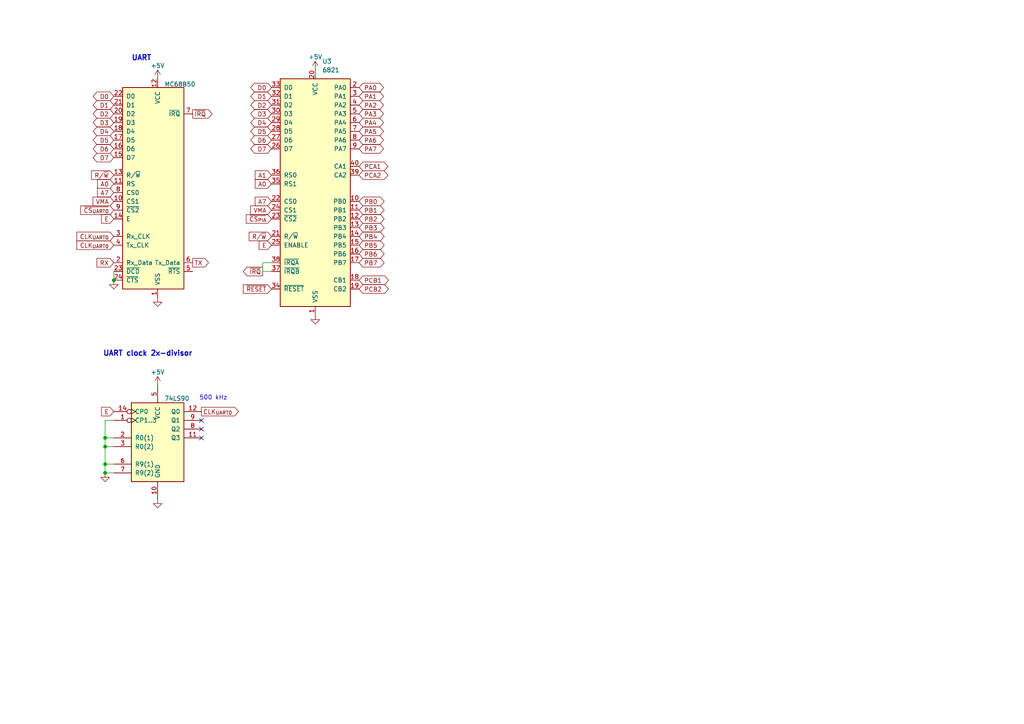
<source format=kicad_sch>
(kicad_sch (version 20230121) (generator eeschema)
  (paper "A4")
  (lib_symbols
    (symbol "74xx:74LS90" (pin_names (offset 1.016))
      (property "Reference" "U" (at -7.62 11.43 0))
      (property "Value" "74LS90" (at -7.62 -13.97 0))
      (symbol "74LS90_1_0"
        (pin input inverted_clock (at -12.7 5.08 0) (length 5.08) (name "CP1..3") (number "1"))
        (pin power_in line (at 0 -17.78 90) (length 5.08) (name "GND") (number "10"))
        (pin output line (at 12.7 0 180) (length 5.08) (name "Q3") (number "11"))
        (pin output line (at 12.7 7.62 180) (length 5.08) (name "Q0") (number "12"))
        (pin input inverted_clock (at -12.7 7.62 0) (length 5.08) (name "CP0") (number "14"))
        (pin input line (at -12.7 0 0) (length 5.08) (name "R0(1)") (number "2"))
        (pin input line (at -12.7 -2.54 0) (length 5.08) (name "R0(2)") (number "3"))
        (pin power_in line (at 0 15.24 270) (length 5.08) (name "VCC") (number "5"))
        (pin input line (at -12.7 -7.62 0) (length 5.08) (name "R9(1)") (number "6"))
        (pin input line (at -12.7 -10.16 0) (length 5.08) (name "R9(2)") (number "7"))
        (pin output line (at 12.7 2.54 180) (length 5.08) (name "Q2") (number "8"))
        (pin output line (at 12.7 5.08 180) (length 5.08) (name "Q1") (number "9"))
      )
      (symbol "74LS90_1_1"
        (rectangle (start -7.62 10.16) (end 7.62 -12.7) (stroke (width 0.254)) (fill (type background)))
      )
    )
    (symbol "Interface:6821" (pin_names (offset 1.016))
      (property "Reference" "U" (at -7.62 34.29 0))
      (property "Value" "6821" (at 10.16 34.29 0))
      (symbol "6821_0_1"
        (rectangle (start -10.16 -33.02) (end 10.16 33.02) (stroke (width 0.254)) (fill (type background)))
      )
      (symbol "6821_1_1"
        (pin power_in line (at 0 -35.56 90) (length 2.54) (name "VSS") (number "1"))
        (pin bidirectional line (at 12.7 -2.54 180) (length 2.54) (name "PB0") (number "10"))
        (pin bidirectional line (at 12.7 -5.08 180) (length 2.54) (name "PB1") (number "11"))
        (pin bidirectional line (at 12.7 -7.62 180) (length 2.54) (name "PB2") (number "12"))
        (pin bidirectional line (at 12.7 -10.16 180) (length 2.54) (name "PB3") (number "13"))
        (pin bidirectional line (at 12.7 -12.7 180) (length 2.54) (name "PB4") (number "14"))
        (pin bidirectional line (at 12.7 -15.24 180) (length 2.54) (name "PB5") (number "15"))
        (pin bidirectional line (at 12.7 -17.78 180) (length 2.54) (name "PB6") (number "16"))
        (pin bidirectional line (at 12.7 -20.32 180) (length 2.54) (name "PB7") (number "17"))
        (pin input line (at 12.7 -25.4 180) (length 2.54) (name "CB1") (number "18"))
        (pin bidirectional line (at 12.7 -27.94 180) (length 2.54) (name "CB2") (number "19"))
        (pin bidirectional line (at 12.7 30.48 180) (length 2.54) (name "PA0") (number "2"))
        (pin power_in line (at 0 35.56 270) (length 2.54) (name "VCC") (number "20"))
        (pin input line (at -12.7 -12.7 0) (length 2.54) (name "R/~{W}") (number "21"))
        (pin input line (at -12.7 -2.54 0) (length 2.54) (name "CS0") (number "22"))
        (pin input line (at -12.7 -7.62 0) (length 2.54) (name "~{CS2}") (number "23"))
        (pin input line (at -12.7 -5.08 0) (length 2.54) (name "CS1") (number "24"))
        (pin input line (at -12.7 -15.24 0) (length 2.54) (name "ENABLE") (number "25"))
        (pin bidirectional line (at -12.7 12.7 0) (length 2.54) (name "D7") (number "26"))
        (pin bidirectional line (at -12.7 15.24 0) (length 2.54) (name "D6") (number "27"))
        (pin bidirectional line (at -12.7 17.78 0) (length 2.54) (name "D5") (number "28"))
        (pin bidirectional line (at -12.7 20.32 0) (length 2.54) (name "D4") (number "29"))
        (pin bidirectional line (at 12.7 27.94 180) (length 2.54) (name "PA1") (number "3"))
        (pin bidirectional line (at -12.7 22.86 0) (length 2.54) (name "D3") (number "30"))
        (pin bidirectional line (at -12.7 25.4 0) (length 2.54) (name "D2") (number "31"))
        (pin bidirectional line (at -12.7 27.94 0) (length 2.54) (name "D1") (number "32"))
        (pin bidirectional line (at -12.7 30.48 0) (length 2.54) (name "D0") (number "33"))
        (pin input line (at -12.7 -27.94 0) (length 2.54) (name "~{RESET}") (number "34"))
        (pin input line (at -12.7 2.54 0) (length 2.54) (name "RS1") (number "35"))
        (pin input line (at -12.7 5.08 0) (length 2.54) (name "RS0") (number "36"))
        (pin open_collector line (at -12.7 -22.86 0) (length 2.54) (name "~{IRQB}") (number "37"))
        (pin open_collector line (at -12.7 -20.32 0) (length 2.54) (name "~{IRQA}") (number "38"))
        (pin bidirectional line (at 12.7 5.08 180) (length 2.54) (name "CA2") (number "39"))
        (pin bidirectional line (at 12.7 25.4 180) (length 2.54) (name "PA2") (number "4"))
        (pin input line (at 12.7 7.62 180) (length 2.54) (name "CA1") (number "40"))
        (pin bidirectional line (at 12.7 22.86 180) (length 2.54) (name "PA3") (number "5"))
        (pin bidirectional line (at 12.7 20.32 180) (length 2.54) (name "PA4") (number "6"))
        (pin bidirectional line (at 12.7 17.78 180) (length 2.54) (name "PA5") (number "7"))
        (pin bidirectional line (at 12.7 15.24 180) (length 2.54) (name "PA6") (number "8"))
        (pin bidirectional line (at 12.7 12.7 180) (length 2.54) (name "PA7") (number "9"))
      )
    )
    (symbol "Interface_UART:MC68B50" (pin_names (offset 1.016))
      (property "Reference" "U?" (at 1.9559 33.97 0))
      (property "Value" "MC68B50" (at 1.9559 31.43 0))
      (symbol "MC68B50_1_1"
        (rectangle (start -10.16 -27.94) (end 7.62 30.48) (stroke (width 0.254)) (fill (type background)))
        (pin power_in line (at 0 -30.48 90) (length 2.54) (name "VSS") (number "1"))
        (pin input line (at -12.7 -2.54 0) (length 2.54) (name "CS1") (number "10"))
        (pin input line (at -12.7 2.54 0) (length 2.54) (name "RS") (number "11"))
        (pin power_in line (at 0 33.02 270) (length 2.54) (name "VCC") (number "12"))
        (pin input line (at -12.7 5.08 0) (length 2.54) (name "R/~{W}") (number "13"))
        (pin input line (at -12.7 -7.62 0) (length 2.54) (name "E") (number "14"))
        (pin bidirectional line (at -12.7 10.16 0) (length 2.54) (name "D7") (number "15"))
        (pin bidirectional line (at -12.7 12.7 0) (length 2.54) (name "D6") (number "16"))
        (pin bidirectional line (at -12.7 15.24 0) (length 2.54) (name "D5") (number "17"))
        (pin bidirectional line (at -12.7 17.78 0) (length 2.54) (name "D4") (number "18"))
        (pin bidirectional line (at -12.7 20.32 0) (length 2.54) (name "D3") (number "19"))
        (pin input line (at -12.7 -20.32 0) (length 2.54) (name "Rx_Data") (number "2"))
        (pin bidirectional line (at -12.7 22.86 0) (length 2.54) (name "D2") (number "20"))
        (pin bidirectional line (at -12.7 25.4 0) (length 2.54) (name "D1") (number "21"))
        (pin bidirectional line (at -12.7 27.94 0) (length 2.54) (name "D0") (number "22"))
        (pin input line (at -12.7 -22.86 0) (length 2.54) (name "~{DCD}") (number "23"))
        (pin input line (at -12.7 -25.4 0) (length 2.54) (name "~{CTS}") (number "24"))
        (pin input line (at -12.7 -12.7 0) (length 2.54) (name "Rx_CLK") (number "3"))
        (pin input line (at -12.7 -15.24 0) (length 2.54) (name "Tx_CLK") (number "4"))
        (pin output line (at 10.16 -22.86 180) (length 2.54) (name "~{RTS}") (number "5"))
        (pin output line (at 10.16 -20.32 180) (length 2.54) (name "Tx_Data") (number "6"))
        (pin output line (at 10.16 22.86 180) (length 2.54) (name "~{IRQ}") (number "7"))
        (pin input line (at -12.7 0 0) (length 2.54) (name "CS0") (number "8"))
        (pin input line (at -12.7 -5.08 0) (length 2.54) (name "~{CS2}") (number "9"))
      )
    )
    (symbol "power:+5V" (power) (pin_names (offset 0))
      (property "Value" "+5V" (at 0 3.556 0))
      (symbol "+5V_0_1"
        (polyline (pts (xy -0.762 1.27) (xy 0 2.54)))
        (polyline (pts (xy 0 0) (xy 0 2.54)))
        (polyline (pts (xy 0 2.54) (xy 0.762 1.27)))
      )
      (symbol "+5V_1_1"
        (pin power_in line (at 0 0 90) (length 0) hide (name "+5V") (number "1"))
      )
    )
    (symbol "power:GND" (power) (pin_names (offset 0))
      (property "Value" "GND" (at 0 -3.81 0))
      (symbol "GND_0_1"
        (polyline (pts (xy 0 0) (xy 0 -1.27) (xy 1.27 -1.27) (xy 0 -2.54) (xy -1.27 -1.27) (xy 0 -1.27)))
      )
      (symbol "GND_1_1"
        (pin power_in line (at 0 0 270) (length 0) hide (name "GND") (number "1"))
      )
    )
  )
  (junction (at 30.48 127))
  (junction (at 30.48 129.54))
  (junction (at 30.48 134.62))
  (junction (at 33.02 81.28))
  (junction (at 30.48 137.16))
  (no_connect (at 58.42 127))
  (no_connect (at 58.42 121.92))
  (no_connect (at 58.42 124.46))
  (wire (pts (xy 33.02 127) (xy 30.48 127)))
  (wire (pts (xy 33.02 134.62) (xy 30.48 134.62)))
  (wire (pts (xy 30.48 129.54) (xy 30.48 134.62)))
  (wire (pts (xy 30.48 121.92) (xy 30.48 127)))
  (wire (pts (xy 30.48 127) (xy 30.48 129.54)))
  (wire (pts (xy 30.48 137.16) (xy 33.02 137.16)))
  (wire (pts (xy 76.2 78.74) (xy 78.74 78.74)))
  (wire (pts (xy 78.74 76.2) (xy 76.2 76.2)))
  (wire (pts (xy 33.02 121.92) (xy 30.48 121.92)))
  (wire (pts (xy 30.48 129.54) (xy 33.02 129.54)))
  (wire (pts (xy 30.48 134.62) (xy 30.48 137.16)))
  (wire (pts (xy 33.02 78.74) (xy 33.02 81.28)))
  (wire (pts (xy 76.2 76.2) (xy 76.2 78.74)))
  (text "500 kHz" (at 57.785 116.205 0) (effects (font (size 1.27 1.27)) (justify left bottom)))
  (text "UART clock 2x-divisor" (at 29.845 103.505 0) (effects (font (size 1.5 1.5) (thickness 0.3) bold) (justify left bottom)))
  (text "UART" (at 38.1 17.78 0) (effects (font (size 1.5 1.5) bold) (justify left bottom)))
  (global_label "PCA1" (shape bidirectional) (at 104.14 48.26 0) (property "Intersheetrefs" "${INTERSHEET_REFS}" (effects hide)))
  (global_label "CLK_{UART0}" (shape output) (at 58.42 119.38 0) (property "Intersheetrefs" "${INTERSHEET_REFS}" (effects hide)))
  (global_label "PCA2" (shape bidirectional) (at 104.14 50.8 0) (property "Intersheetrefs" "${INTERSHEET_REFS}" (effects hide)))
  (global_label "D2" (shape bidirectional) (at 33.02 33.02 180) (property "Intersheetrefs" "${INTERSHEET_REFS}" (effects hide)))
  (global_label "D0" (shape bidirectional) (at 78.74 25.4 180) (property "Intersheetrefs" "${INTERSHEET_REFS}" (effects hide)))
  (global_label "CLK_{UART0}" (shape input) (at 33.02 68.58 180) (property "Intersheetrefs" "${INTERSHEET_REFS}" (effects hide)))
  (global_label "PB4" (shape bidirectional) (at 104.14 68.58 0) (property "Intersheetrefs" "${INTERSHEET_REFS}" (effects hide)))
  (global_label "RX" (shape input) (at 33.02 76.2 180) (property "Intersheetrefs" "${INTERSHEET_REFS}" (effects hide)))
  (global_label "PA0" (shape bidirectional) (at 104.14 25.4 0) (property "Intersheetrefs" "${INTERSHEET_REFS}" (effects hide)))
  (global_label "PA4" (shape bidirectional) (at 104.14 35.56 0) (property "Intersheetrefs" "${INTERSHEET_REFS}" (effects hide)))
  (global_label "PA3" (shape bidirectional) (at 104.14 33.02 0) (property "Intersheetrefs" "${INTERSHEET_REFS}" (effects hide)))
  (global_label "~{CS_{UART0}}" (shape input) (at 33.02 60.96 180) (property "Intersheetrefs" "${INTERSHEET_REFS}" (effects hide)))
  (global_label "PA2" (shape bidirectional) (at 104.14 30.48 0) (property "Intersheetrefs" "${INTERSHEET_REFS}" (effects hide)))
  (global_label "PB0" (shape bidirectional) (at 104.14 58.42 0) (property "Intersheetrefs" "${INTERSHEET_REFS}" (effects hide)))
  (global_label "VMA" (shape input) (at 33.02 58.42 180) (property "Intersheetrefs" "${INTERSHEET_REFS}" (effects hide)))
  (global_label "PCB2" (shape bidirectional) (at 104.14 83.82 0) (property "Intersheetrefs" "${INTERSHEET_REFS}" (effects hide)))
  (global_label "E" (shape input) (at 78.74 71.12 180) (property "Intersheetrefs" "${INTERSHEET_REFS}" (effects hide)))
  (global_label "A0" (shape input) (at 78.74 53.34 180) (property "Intersheetrefs" "${INTERSHEET_REFS}" (effects hide)))
  (global_label "D7" (shape bidirectional) (at 33.02 45.72 180) (property "Intersheetrefs" "${INTERSHEET_REFS}" (effects hide)))
  (global_label "D5" (shape bidirectional) (at 78.74 38.1 180) (property "Intersheetrefs" "${INTERSHEET_REFS}" (effects hide)))
  (global_label "E" (shape input) (at 33.02 63.5 180) (property "Intersheetrefs" "${INTERSHEET_REFS}" (effects hide)))
  (global_label "PB3" (shape bidirectional) (at 104.14 66.04 0) (property "Intersheetrefs" "${INTERSHEET_REFS}" (effects hide)))
  (global_label "D6" (shape bidirectional) (at 33.02 43.18 180) (property "Intersheetrefs" "${INTERSHEET_REFS}" (effects hide)))
  (global_label "PB1" (shape bidirectional) (at 104.14 60.96 0) (property "Intersheetrefs" "${INTERSHEET_REFS}" (effects hide)))
  (global_label "CLK_{UART0}" (shape input) (at 33.02 71.12 180) (property "Intersheetrefs" "${INTERSHEET_REFS}" (effects hide)))
  (global_label "D3" (shape bidirectional) (at 33.02 35.56 180) (property "Intersheetrefs" "${INTERSHEET_REFS}" (effects hide)))
  (global_label "~{IRQ}" (shape output) (at 55.88 33.02 0) (property "Intersheetrefs" "${INTERSHEET_REFS}" (effects hide)))
  (global_label "D5" (shape bidirectional) (at 33.02 40.64 180) (property "Intersheetrefs" "${INTERSHEET_REFS}" (effects hide)))
  (global_label "TX" (shape output) (at 55.88 76.2 0) (property "Intersheetrefs" "${INTERSHEET_REFS}" (effects hide)))
  (global_label "D4" (shape bidirectional) (at 33.02 38.1 180) (property "Intersheetrefs" "${INTERSHEET_REFS}" (effects hide)))
  (global_label "PA7" (shape bidirectional) (at 104.14 43.18 0) (property "Intersheetrefs" "${INTERSHEET_REFS}" (effects hide)))
  (global_label "A1" (shape input) (at 78.74 50.8 180) (property "Intersheetrefs" "${INTERSHEET_REFS}" (effects hide)))
  (global_label "PA1" (shape bidirectional) (at 104.14 27.94 0) (property "Intersheetrefs" "${INTERSHEET_REFS}" (effects hide)))
  (global_label "PB2" (shape bidirectional) (at 104.14 63.5 0) (property "Intersheetrefs" "${INTERSHEET_REFS}" (effects hide)))
  (global_label "D3" (shape bidirectional) (at 78.74 33.02 180) (property "Intersheetrefs" "${INTERSHEET_REFS}" (effects hide)))
  (global_label "PA6" (shape bidirectional) (at 104.14 40.64 0) (property "Intersheetrefs" "${INTERSHEET_REFS}" (effects hide)))
  (global_label "PB6" (shape bidirectional) (at 104.14 73.66 0) (property "Intersheetrefs" "${INTERSHEET_REFS}" (effects hide)))
  (global_label "D6" (shape bidirectional) (at 78.74 40.64 180) (property "Intersheetrefs" "${INTERSHEET_REFS}" (effects hide)))
  (global_label "D1" (shape bidirectional) (at 78.74 27.94 180) (property "Intersheetrefs" "${INTERSHEET_REFS}" (effects hide)))
  (global_label "R{slash}~{W}" (shape input) (at 78.74 68.58 180) (property "Intersheetrefs" "${INTERSHEET_REFS}" (effects hide)))
  (global_label "PB5" (shape bidirectional) (at 104.14 71.12 0) (property "Intersheetrefs" "${INTERSHEET_REFS}" (effects hide)))
  (global_label "~{CS_{PIA}}" (shape input) (at 78.74 63.5 180) (property "Intersheetrefs" "${INTERSHEET_REFS}" (effects hide)))
  (global_label "D2" (shape bidirectional) (at 78.74 30.48 180) (property "Intersheetrefs" "${INTERSHEET_REFS}" (effects hide)))
  (global_label "D7" (shape bidirectional) (at 78.74 43.18 180) (property "Intersheetrefs" "${INTERSHEET_REFS}" (effects hide)))
  (global_label "PA5" (shape bidirectional) (at 104.14 38.1 0) (property "Intersheetrefs" "${INTERSHEET_REFS}" (effects hide)))
  (global_label "D1" (shape bidirectional) (at 33.02 30.48 180) (property "Intersheetrefs" "${INTERSHEET_REFS}" (effects hide)))
  (global_label "A0" (shape input) (at 33.02 53.34 180) (property "Intersheetrefs" "${INTERSHEET_REFS}" (effects hide)))
  (global_label "D0" (shape bidirectional) (at 33.02 27.94 180) (property "Intersheetrefs" "${INTERSHEET_REFS}" (effects hide)))
  (global_label "~{RESET}" (shape input) (at 78.74 83.82 180) (property "Intersheetrefs" "${INTERSHEET_REFS}" (effects hide)))
  (global_label "A7" (shape input) (at 33.02 55.88 180) (property "Intersheetrefs" "${INTERSHEET_REFS}" (effects hide)))
  (global_label "R{slash}~{W}" (shape input) (at 33.02 50.8 180) (property "Intersheetrefs" "${INTERSHEET_REFS}" (effects hide)))
  (global_label "A7" (shape input) (at 78.74 58.42 180) (property "Intersheetrefs" "${INTERSHEET_REFS}" (effects hide)))
  (global_label "PCB1" (shape bidirectional) (at 104.14 81.28 0) (property "Intersheetrefs" "${INTERSHEET_REFS}" (effects hide)))
  (global_label "~{IRQ}" (shape output) (at 76.2 78.74 180) (property "Intersheetrefs" "${INTERSHEET_REFS}" (effects hide)))
  (global_label "E" (shape input) (at 33.02 119.38 180) (property "Intersheetrefs" "${INTERSHEET_REFS}" (effects hide)))
  (global_label "PB7" (shape bidirectional) (at 104.14 76.2 0) (property "Intersheetrefs" "${INTERSHEET_REFS}" (effects hide)))
  (global_label "D4" (shape bidirectional) (at 78.74 35.56 180) (property "Intersheetrefs" "${INTERSHEET_REFS}" (effects hide)))
  (global_label "VMA" (shape input) (at 78.74 60.96 180) (property "Intersheetrefs" "${INTERSHEET_REFS}" (effects hide)))
  (symbol (lib_id "power:GND") (at 91.44 91.44 0) (unit 1)
    (property "Reference" "#PWR015" (effects hide))
    (property "Value" "GND" (effects hide))
    (instances (project "6802 v2" (path "" (reference "#PWR015") (unit 1)) (path "" (reference "#PWR016") (unit 1))))
  )
  (symbol (lib_id "power:+5V") (at 45.72 22.86 0) (unit 1)
    (property "Reference" "#PWR011" (effects hide))
    (property "Value" "+5V" (at 45.72 19.05 0))
  )
  (symbol (lib_id "power:+5V") (at 91.44 20.32 0) (unit 1)
    (property "Reference" "#PWR04" (effects hide))
    (property "Value" "+5V" (at 91.44 16.51 0))
    (instances (project "6802 v2" (path "" (reference "#PWR04") (unit 1)) (path "" (reference "#PWR012") (unit 1))))
  )
  (symbol (lib_id "Interface_UART:MC68B50") (at 45.72 55.88 0) (unit 1)
    (property "Reference" "U5" (effects hide))
    (property "Value" "MC68B50" (at 47.6759 24.45 0) (effects (justify left)))
    (property "Footprint" "Package_DIP:DIP-24_W15.24mm_Socket" (effects hide))
    (property "Datasheet" "http://pdf.datasheetcatalog.com/datasheet/motorola/MC6850.pdf" (effects hide))
  )
  (symbol (lib_id "Interface:6821") (at 91.44 55.88 0) (unit 1)
    (property "Reference" "U3" (at 93.4594 17.78 0) (effects (justify left)))
    (property "Value" "6821" (at 93.4594 20.32 0) (effects (justify left)))
    (property "Footprint" "Package_DIP:DIP-40_W15.24mm" (effects hide))
    (property "Datasheet" "http://pdf.datasheetcatalog.com/datasheet/motorola/6821.pdf" (effects hide))
    (instances (project "6802 v2" (path "" (reference "U3") (unit 1)) (path "" (reference "U6") (unit 1))))
  )
  (symbol (lib_id "power:GND") (at 45.72 144.78 0) (unit 1)
    (property "Reference" "#PWR019" (effects hide))
    (property "Value" "GND" (effects hide))
  )
  (symbol (lib_id "74xx:74LS90") (at 45.72 127 0) (unit 1)
    (property "Reference" "U?" (effects hide))
    (property "Value" "74LS90" (at 47.6759 115.57 0) (effects (justify left)))
    (property "Footprint" "Package_DIP:DIP-14_W7.62mm_Socket" (effects hide))
    (property "Datasheet" "http://www.ti.com/lit/gpn/sn74LS90" (effects hide))
  )
  (symbol (lib_id "power:GND") (at 33.02 81.28 0) (unit 1)
    (property "Reference" "#PWR014" (effects hide))
    (property "Value" "GND" (effects hide))
  )
  (symbol (lib_id "power:GND") (at 45.72 86.36 0) (unit 1)
    (property "Reference" "#PWR015" (effects hide))
    (property "Value" "GND" (effects hide))
  )
  (symbol (lib_id "power:GND") (at 30.48 137.16 0) (unit 1)
    (property "Reference" "#PWR018" (effects hide))
    (property "Value" "GND" (effects hide))
  )
  (symbol (lib_id "power:+5V") (at 45.72 111.76 0) (unit 1)
    (property "Reference" "#PWR08" (effects hide))
    (property "Value" "+5V" (at 45.72 107.95 0))
  )
)
</source>
